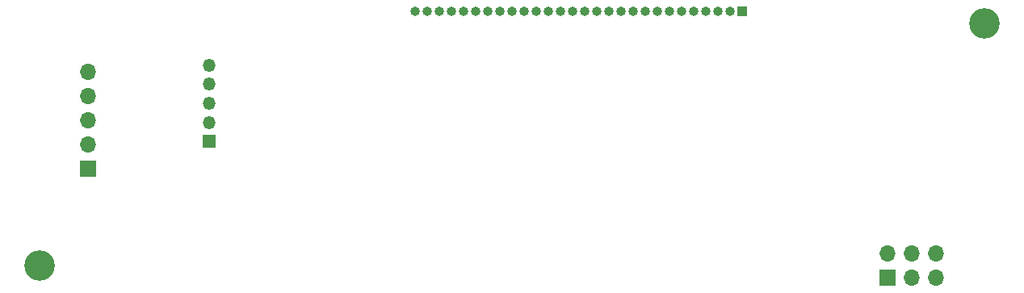
<source format=gbs>
%TF.GenerationSoftware,KiCad,Pcbnew,7.0.7*%
%TF.CreationDate,2023-10-21T14:21:19+02:00*%
%TF.ProjectId,G84-4100,4738342d-3431-4303-902e-6b696361645f,rev?*%
%TF.SameCoordinates,Original*%
%TF.FileFunction,Soldermask,Bot*%
%TF.FilePolarity,Negative*%
%FSLAX46Y46*%
G04 Gerber Fmt 4.6, Leading zero omitted, Abs format (unit mm)*
G04 Created by KiCad (PCBNEW 7.0.7) date 2023-10-21 14:21:19*
%MOMM*%
%LPD*%
G01*
G04 APERTURE LIST*
%ADD10C,3.200000*%
%ADD11R,1.700000X1.700000*%
%ADD12O,1.700000X1.700000*%
%ADD13R,1.350000X1.350000*%
%ADD14O,1.350000X1.350000*%
%ADD15R,1.000000X1.000000*%
%ADD16O,1.000000X1.000000*%
G04 APERTURE END LIST*
D10*
%TO.C,H1*%
X96012000Y-87630000D03*
%TD*%
D11*
%TO.C,J3*%
X101092000Y-77470000D03*
D12*
X101092000Y-74930000D03*
X101092000Y-72390000D03*
X101092000Y-69850000D03*
X101092000Y-67310000D03*
%TD*%
D10*
%TO.C,H2*%
X195072000Y-62230000D03*
%TD*%
D11*
%TO.C,J1*%
X184912000Y-88900000D03*
D12*
X184912000Y-86360000D03*
X187452000Y-88900000D03*
X187452000Y-86360000D03*
X189992000Y-88900000D03*
X189992000Y-86360000D03*
%TD*%
D13*
%TO.C,J2*%
X113792000Y-74580000D03*
D14*
X113792000Y-72580000D03*
X113792000Y-70580000D03*
X113792000Y-68580000D03*
X113792000Y-66580000D03*
%TD*%
D15*
%TO.C,J4*%
X169672000Y-60960000D03*
D16*
X168402000Y-60960000D03*
X167132000Y-60960000D03*
X165862000Y-60960000D03*
X164592000Y-60960000D03*
X163322000Y-60960000D03*
X162052000Y-60960000D03*
X160782000Y-60960000D03*
X159512000Y-60960000D03*
X158242000Y-60960000D03*
X156972000Y-60960000D03*
X155702000Y-60960000D03*
X154432000Y-60960000D03*
X153162000Y-60960000D03*
X151892000Y-60960000D03*
X150622000Y-60960000D03*
X149352000Y-60960000D03*
X148082000Y-60960000D03*
X146812000Y-60960000D03*
X145542000Y-60960000D03*
X144272000Y-60960000D03*
X143002000Y-60960000D03*
X141732000Y-60960000D03*
X140462000Y-60960000D03*
X139192000Y-60960000D03*
X137922000Y-60960000D03*
X136652000Y-60960000D03*
X135382000Y-60960000D03*
%TD*%
M02*

</source>
